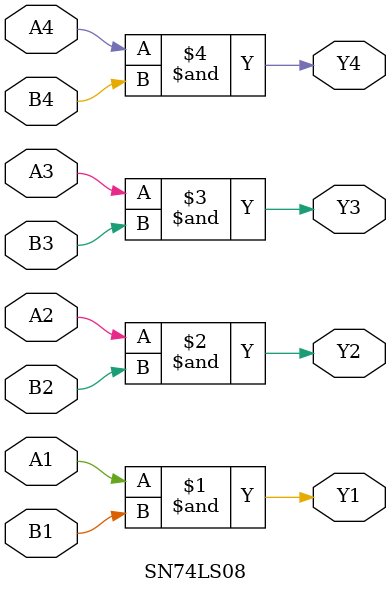
<source format=v>
module SN74LS08 (
    input  A1, B1,  // Gate 1 inputs (pins 1, 2)
    input  A2, B2,  // Gate 2 inputs (pins 4, 5)
    input  A3, B3,  // Gate 3 inputs (pins 9, 10)
    input  A4, B4,  // Gate 4 inputs (pins 12, 13)
    output Y1,      // Gate 1 output (pin 3)
    output Y2,      // Gate 2 output (pin 6)
    output Y3,      // Gate 3 output (pin 8)
    output Y4       // Gate 4 output (pin 11)
);

assign Y1 = A1 & B1;
assign Y2 = A2 & B2;
assign Y3 = A3 & B3;
assign Y4 = A4 & B4;

endmodule

</source>
